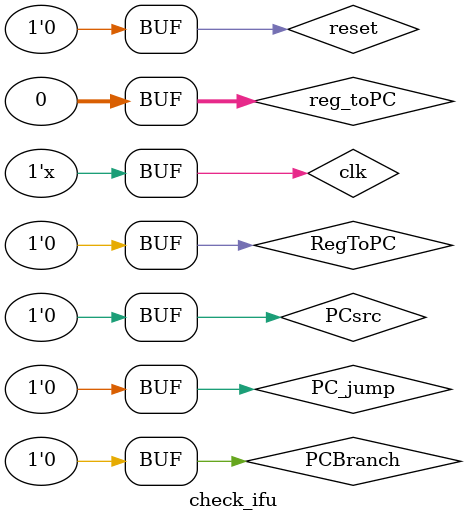
<source format=v>
`timescale 1ns / 1ps


module check_ifu;

	// Inputs
	reg clk;
	reg PCsrc;
	reg PC_jump;
	reg reset;
	reg RegToPC;
	reg PCBranch;
	reg [31:0] reg_toPC;

	// Outputs
	wire [31:0] instruction;
	wire [11:2] PC;

	// Instantiate the Unit Under Test (UUT)
	IFU uut (
		.clk(clk), 
		.PCsrc(PCsrc), 
		.PC_jump(PC_jump), 
		.reset(reset), 
		.RegToPC(RegToPC), 
		.PCBranch(PCBranch), 
		.reg_toPC(reg_toPC), 
		.instruction(instruction), 
		.PC(PC)
	);

	initial begin
		// Initialize Inputs
		clk = 0;
		PCsrc = 0;
		PC_jump = 0;
		reset = 0;
		RegToPC = 0;
		PCBranch = 0;
		reg_toPC = 0;

		// Wait 100 ns for global reset to finis
		// Add stimulus here

	end
always #1 clk=~clk; 
endmodule


</source>
